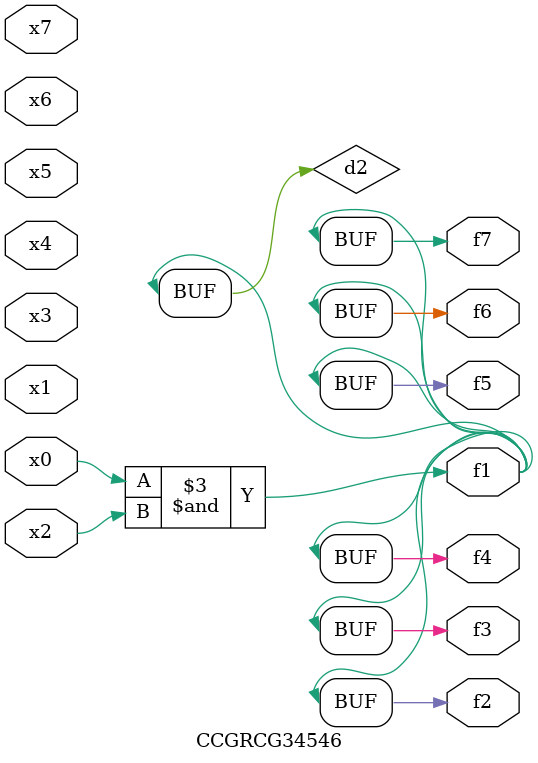
<source format=v>
module CCGRCG34546(
	input x0, x1, x2, x3, x4, x5, x6, x7,
	output f1, f2, f3, f4, f5, f6, f7
);

	wire d1, d2;

	nor (d1, x3, x6);
	and (d2, x0, x2);
	assign f1 = d2;
	assign f2 = d2;
	assign f3 = d2;
	assign f4 = d2;
	assign f5 = d2;
	assign f6 = d2;
	assign f7 = d2;
endmodule

</source>
